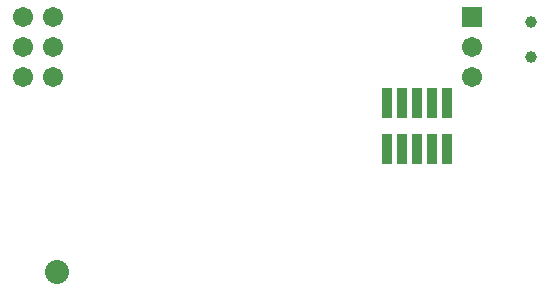
<source format=gbr>
G04 DipTrace 2.4.0.2*
%INBottomMask.gbr*%
%MOIN*%
%ADD48C,0.0394*%
%ADD49C,0.08*%
%ADD83R,0.0379X0.1025*%
%ADD85C,0.0671*%
%ADD87R,0.067X0.067*%
%FSLAX44Y44*%
G04*
G70*
G90*
G75*
G01*
%LNBotMask*%
%LPD*%
D48*
X29754Y12860D3*
Y14041D3*
D87*
X27780Y14200D3*
D85*
Y13200D3*
Y12200D3*
D83*
X26940Y9780D3*
Y11315D3*
X26440Y9780D3*
Y11315D3*
X25940Y9780D3*
Y11315D3*
X25440Y9780D3*
Y11315D3*
X24940Y9780D3*
Y11315D3*
D49*
X13940Y5690D3*
D85*
X13815Y14190D3*
X13820Y13190D3*
Y12190D3*
X12815Y14190D3*
X12820Y13190D3*
Y12190D3*
M02*

</source>
